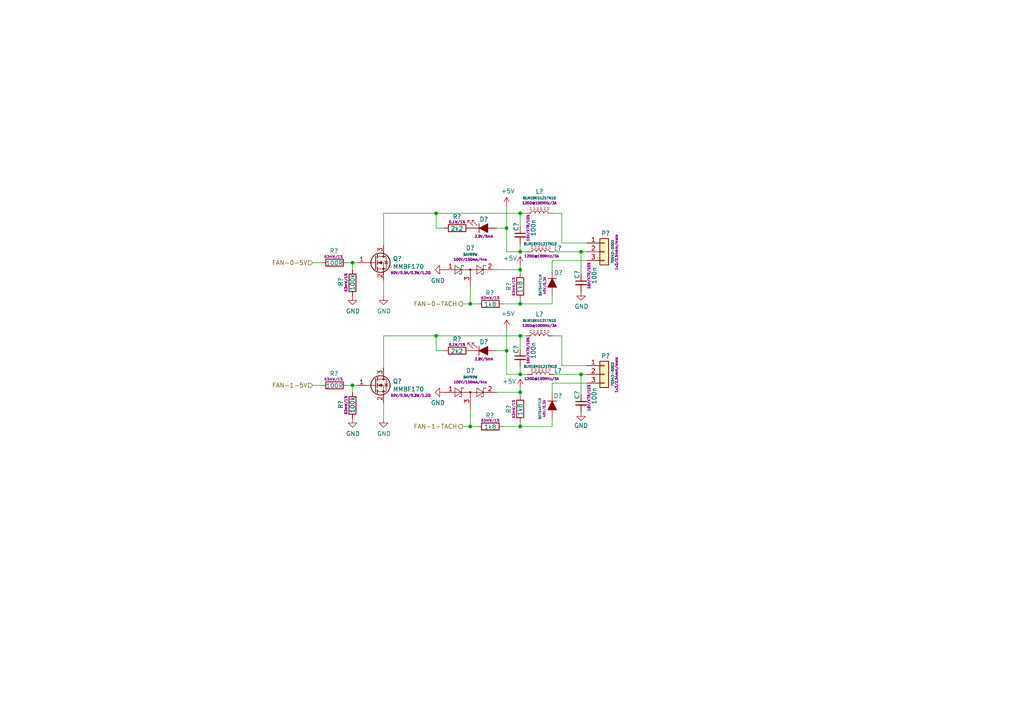
<source format=kicad_sch>
(kicad_sch (version 20231120) (generator "eeschema") (generator_version "8.0")
  (paper "A4")
  (title_block (title "Buddy") (date "2019-10-24") (rev "v1.0.0") (company "PRUSA Research s.r.o.") (comment 1 "http://creativecommons.org/licenses/by-sa/4.0/") (comment 2 "Licensed under the Attribution-ShareAlike 4.0 International (CC BY-SA 4.0)"))
  (lib_symbols
    (symbol "BUDDY_v1.0.0-rescue:+5V-power" (power) (pin_names (offset 0))
      (property "Value" "power:+5V" (at 0 3.556 0))
      (symbol "+5V-power_0_1"
        (polyline (pts (xy -0.762 1.27) (xy 0 2.54)))
        (polyline (pts (xy 0 0) (xy 0 2.54)))
        (polyline (pts (xy 0 2.54) (xy 0.762 1.27)))
      )
      (symbol "+5V-power_1_1"
        (pin power_in line (at 0 0 90) (length 0) hide (name "+5V") (number "1"))
      )
    )
    (symbol "BUDDY_v1.0.0-rescue:D_ALT-Device" (pin_numbers hide) (pin_names (offset 1.016) hide)
      (property "Reference" "D" (at 0 2.54 0))
      (property "Value" "Device:D_ALT" (at 0 -2.54 0))
      (symbol "D_ALT-Device_0_1"
        (polyline (pts (xy -1.27 1.27) (xy -1.27 -1.27)) (stroke (width 0.2032)))
        (polyline (pts (xy 1.27 0) (xy -1.27 0)))
        (polyline (pts (xy 1.27 1.27) (xy 1.27 -1.27) (xy -1.27 0) (xy 1.27 1.27)) (stroke (width 0.2032)) (fill (type outline)))
      )
      (symbol "D_ALT-Device_1_1"
        (pin passive line (at -3.81 0 0) (length 2.54) (name "K") (number "1"))
        (pin passive line (at 3.81 0 180) (length 2.54) (name "A") (number "2"))
      )
    )
    (symbol "BUDDY_v1.0.0-rescue:GND-power" (power) (pin_names (offset 0))
      (property "Value" "power:GND" (at 0 -3.81 0))
      (symbol "GND-power_0_1"
        (polyline (pts (xy 0 0) (xy 0 -1.27) (xy 1.27 -1.27) (xy 0 -2.54) (xy -1.27 -1.27) (xy 0 -1.27)))
      )
      (symbol "GND-power_1_1"
        (pin power_in line (at 0 0 270) (length 0) hide (name "GND") (number "1"))
      )
    )
    (symbol "BUDDY_v1.0.0-rescue:LED_ALT-Device" (pin_numbers hide) (pin_names (offset 1.016) hide)
      (property "Reference" "D" (at 0 2.54 0))
      (property "Value" "Device:LED_ALT" (at 0 -2.54 0))
      (symbol "LED_ALT-Device_0_1"
        (polyline (pts (xy -1.27 -1.27) (xy -1.27 1.27)) (stroke (width 0.2032)))
        (polyline (pts (xy -1.27 0) (xy 1.27 0)))
        (polyline (pts (xy 1.27 -1.27) (xy 1.27 1.27) (xy -1.27 0) (xy 1.27 -1.27)) (stroke (width 0.2032)) (fill (type outline)))
        (polyline (pts (xy -3.048 -0.762) (xy -4.572 -2.286) (xy -3.81 -2.286) (xy -4.572 -2.286) (xy -4.572 -1.524)))
        (polyline (pts (xy -1.778 -0.762) (xy -3.302 -2.286) (xy -2.54 -2.286) (xy -3.302 -2.286) (xy -3.302 -1.524)))
      )
      (symbol "LED_ALT-Device_1_1"
        (pin passive line (at -3.81 0 0) (length 2.54) (name "K") (number "1"))
        (pin passive line (at 3.81 0 180) (length 2.54) (name "A") (number "2"))
      )
    )
    (symbol "BUDDY_v1.0.0-rescue:L_Core_Ferrite-Device" (pin_numbers hide) (pin_names (offset 1.016) hide)
      (property "Reference" "L" (at -1.27 0 90))
      (property "Value" "Device:L_Core_Ferrite" (at 2.794 0 90))
      (symbol "L_Core_Ferrite-Device_0_1"
        (arc (start 0 -2.54) (mid 0.635 -1.905) (end 0 -1.27))
        (arc (start 0 -1.27) (mid 0.635 -0.635) (end 0 0))
        (polyline (pts (xy 1.016 -2.794) (xy 1.016 -2.286)))
        (polyline (pts (xy 1.016 -1.778) (xy 1.016 -1.27)))
        (polyline (pts (xy 1.016 -0.762) (xy 1.016 -0.254)))
        (polyline (pts (xy 1.016 0.254) (xy 1.016 0.762)))
        (polyline (pts (xy 1.016 1.27) (xy 1.016 1.778)))
        (polyline (pts (xy 1.016 2.286) (xy 1.016 2.794)))
        (polyline (pts (xy 1.524 -2.286) (xy 1.524 -2.794)))
        (polyline (pts (xy 1.524 -1.27) (xy 1.524 -1.778)))
        (polyline (pts (xy 1.524 -0.254) (xy 1.524 -0.762)))
        (polyline (pts (xy 1.524 0.762) (xy 1.524 0.254)))
        (polyline (pts (xy 1.524 1.778) (xy 1.524 1.27)))
        (polyline (pts (xy 1.524 2.794) (xy 1.524 2.286)))
        (arc (start 0 0) (mid 0.635 0.635) (end 0 1.27))
        (arc (start 0 1.27) (mid 0.635 1.905) (end 0 2.54))
      )
      (symbol "L_Core_Ferrite-Device_1_1"
        (pin passive line (at 0 3.81 270) (length 1.27) (name "1") (number "1"))
        (pin passive line (at 0 -3.81 90) (length 1.27) (name "2") (number "2"))
      )
    )
    (symbol "Connector_Generic:Conn_01x03" (pin_names (offset 1.016) hide)
      (property "Reference" "J" (at 0 5.08 0))
      (property "Value" "Conn_01x03" (at 0 -5.08 0))
      (symbol "Conn_01x03_1_1"
        (rectangle (start -1.27 -2.413) (end 0 -2.667) (stroke (width 0.1524)))
        (rectangle (start -1.27 0.127) (end 0 -0.127) (stroke (width 0.1524)))
        (rectangle (start -1.27 2.667) (end 0 2.413) (stroke (width 0.1524)))
        (rectangle (start -1.27 3.81) (end 1.27 -3.81) (stroke (width 0.254)) (fill (type background)))
        (pin passive line (at -5.08 2.54 0) (length 3.81) (name "Pin_1") (number "1"))
        (pin passive line (at -5.08 0 0) (length 3.81) (name "Pin_2") (number "2"))
        (pin passive line (at -5.08 -2.54 0) (length 3.81) (name "Pin_3") (number "3"))
      )
    )
    (symbol "Device:C_Small" (pin_numbers hide) (pin_names (offset 0.254) hide)
      (property "Reference" "C" (at 0.254 1.778 0))
      (property "Value" "C_Small" (at 0.254 -2.032 0))
      (symbol "C_Small_0_1"
        (polyline (pts (xy -1.524 -0.508) (xy 1.524 -0.508)) (stroke (width 0.3302)))
        (polyline (pts (xy -1.524 0.508) (xy 1.524 0.508)) (stroke (width 0.3048)))
      )
      (symbol "C_Small_1_1"
        (pin passive line (at 0 2.54 270) (length 2.032) (name "~") (number "1"))
        (pin passive line (at 0 -2.54 90) (length 2.032) (name "~") (number "2"))
      )
    )
    (symbol "Device:R" (pin_numbers hide) (pin_names (offset 0))
      (property "Reference" "R" (at 2.032 0 90))
      (property "Value" "R" (at 0 0 90))
      (symbol "R_0_1"
        (rectangle (start -1.016 -2.54) (end 1.016 2.54) (stroke (width 0.254)))
      )
      (symbol "R_1_1"
        (pin passive line (at 0 3.81 270) (length 1.27) (name "~") (number "1"))
        (pin passive line (at 0 -3.81 90) (length 1.27) (name "~") (number "2"))
      )
    )
    (symbol "Diode:BAS40-04" (pin_names (offset 1.016))
      (property "Reference" "D" (at 0.635 -1.27 0))
      (property "Value" "BAS40-04" (at -6.35 5.715 0))
      (symbol "BAS40-04_0_1"
        (polyline (pts (xy -3.81 2.54) (xy -1.27 2.54)))
        (polyline (pts (xy -3.175 1.27) (xy -3.175 1.524)))
        (polyline (pts (xy -2.54 1.27) (xy -3.175 1.27)))
        (polyline (pts (xy -2.54 1.27) (xy -2.54 3.81)))
        (polyline (pts (xy -2.54 3.81) (xy -1.905 3.81)))
        (polyline (pts (xy -1.905 2.54) (xy 1.905 2.54)))
        (polyline (pts (xy -1.905 3.81) (xy -1.905 3.556)))
        (polyline (pts (xy 1.27 2.54) (xy 3.81 2.54)))
        (polyline (pts (xy 3.175 1.27) (xy 3.175 1.524)))
        (polyline (pts (xy 3.81 1.27) (xy 3.175 1.27)))
        (polyline (pts (xy 3.81 1.27) (xy 3.81 3.81)))
        (polyline (pts (xy 3.81 3.81) (xy 4.445 3.81)))
        (polyline (pts (xy 4.445 3.81) (xy 4.445 3.556)))
        (polyline (pts (xy -4.445 3.81) (xy -4.445 1.27) (xy -2.54 2.54) (xy -4.445 3.81)))
        (polyline (pts (xy 1.905 3.81) (xy 1.905 1.27) (xy 3.81 2.54) (xy 1.905 3.81)))
        (circle (center 0 2.54) (radius 0.254) (fill (type outline)))
      )
      (symbol "BAS40-04_1_1"
        (pin passive line (at -7.62 2.54 0) (length 3.81) (name "~") (number "1"))
        (pin passive line (at 7.62 2.54 180) (length 3.81) (name "~") (number "2"))
        (pin passive line (at 0 -2.54 90) (length 5.08) (name "~") (number "3"))
      )
    )
    (symbol "Transistor_FET:MMBF170" (pin_names hide)
      (property "Reference" "Q" (at 5.08 1.905 0))
      (property "Value" "MMBF170" (at 5.08 0 0))
      (symbol "MMBF170_0_1"
        (polyline (pts (xy 0.254 0) (xy -2.54 0)))
        (polyline (pts (xy 0.254 1.905) (xy 0.254 -1.905)) (stroke (width 0.254)))
        (polyline (pts (xy 0.762 -1.27) (xy 0.762 -2.286)) (stroke (width 0.254)))
        (polyline (pts (xy 0.762 0.508) (xy 0.762 -0.508)) (stroke (width 0.254)))
        (polyline (pts (xy 0.762 2.286) (xy 0.762 1.27)) (stroke (width 0.254)))
        (polyline (pts (xy 2.54 2.54) (xy 2.54 1.778)))
        (polyline (pts (xy 2.54 -2.54) (xy 2.54 0) (xy 0.762 0)))
        (polyline (pts (xy 0.762 -1.778) (xy 3.302 -1.778) (xy 3.302 1.778) (xy 0.762 1.778)))
        (polyline (pts (xy 1.016 0) (xy 2.032 0.381) (xy 2.032 -0.381) (xy 1.016 0)) (fill (type outline)))
        (polyline (pts (xy 2.794 0.508) (xy 2.921 0.381) (xy 3.683 0.381) (xy 3.81 0.254)))
        (polyline (pts (xy 3.302 0.381) (xy 2.921 -0.254) (xy 3.683 -0.254) (xy 3.302 0.381)))
        (circle (center 1.651 0) (radius 2.794) (stroke (width 0.254)))
        (circle (center 2.54 -1.778) (radius 0.254) (fill (type outline)))
        (circle (center 2.54 1.778) (radius 0.254) (fill (type outline)))
      )
      (symbol "MMBF170_1_1"
        (pin input line (at -5.08 0 0) (length 2.54) (name "G") (number "1"))
        (pin passive line (at 2.54 -5.08 90) (length 2.54) (name "S") (number "2"))
        (pin passive line (at 2.54 5.08 270) (length 2.54) (name "D") (number "3"))
      )
    )
  )
  (junction (at 150.876 113.792))
  (junction (at 136.398 123.698))
  (junction (at 126.492 97.409))
  (junction (at 126.492 61.849))
  (junction (at 150.876 108.585))
  (junction (at 146.939 66.167))
  (junction (at 150.876 61.849))
  (junction (at 150.876 78.232))
  (junction (at 136.398 88.138))
  (junction (at 168.529 73.025))
  (junction (at 150.876 88.138))
  (junction (at 168.529 108.585))
  (junction (at 146.939 101.727))
  (junction (at 150.876 73.025))
  (junction (at 102.235 76.2))
  (junction (at 150.876 123.698))
  (junction (at 150.876 97.409))
  (junction (at 102.235 111.76))
  (wire (pts (xy 150.876 61.849) (xy 126.492 61.849)))
  (wire (pts (xy 126.492 61.849) (xy 111.252 61.849)))
  (wire (pts (xy 111.252 121.412) (xy 111.252 116.84)))
  (wire (pts (xy 111.252 97.409) (xy 111.252 106.68)))
  (wire (pts (xy 136.398 88.138) (xy 136.398 83.312)))
  (wire (pts (xy 153.035 73.025) (xy 150.876 73.025)))
  (wire (pts (xy 126.492 61.849) (xy 126.492 66.167)))
  (wire (pts (xy 102.235 113.792) (xy 102.235 111.76)))
  (wire (pts (xy 150.876 108.585) (xy 146.939 108.585)))
  (wire (pts (xy 162.941 70.485) (xy 170.18 70.485)))
  (wire (pts (xy 150.876 61.849) (xy 152.654 61.849)))
  (wire (pts (xy 160.147 111.125) (xy 160.147 113.792)))
  (wire (pts (xy 168.529 108.585) (xy 170.18 108.585)))
  (wire (pts (xy 111.252 85.852) (xy 111.252 81.28)))
  (wire (pts (xy 153.035 108.585) (xy 150.876 108.585)))
  (wire (pts (xy 144.018 66.167) (xy 146.939 66.167)))
  (wire (pts (xy 138.43 123.698) (xy 136.398 123.698)))
  (wire (pts (xy 162.941 97.409) (xy 162.941 106.045)))
  (wire (pts (xy 160.147 85.852) (xy 160.147 88.138)))
  (wire (pts (xy 138.43 88.138) (xy 136.398 88.138)))
  (wire (pts (xy 150.876 78.232) (xy 150.876 76.962)))
  (wire (pts (xy 162.941 106.045) (xy 170.18 106.045)))
  (wire (pts (xy 150.876 97.409) (xy 152.654 97.409)))
  (wire (pts (xy 150.876 78.232) (xy 144.018 78.232)))
  (wire (pts (xy 162.941 61.849) (xy 162.941 70.485)))
  (wire (pts (xy 146.939 95.377) (xy 146.939 101.727)))
  (wire (pts (xy 168.529 79.502) (xy 168.529 73.025)))
  (wire (pts (xy 102.235 111.76) (xy 103.632 111.76)))
  (wire (pts (xy 160.147 75.565) (xy 160.147 78.232)))
  (wire (pts (xy 160.147 121.412) (xy 160.147 123.698)))
  (wire (pts (xy 146.939 108.585) (xy 146.939 101.727)))
  (wire (pts (xy 102.235 78.232) (xy 102.235 76.2)))
  (wire (pts (xy 102.235 76.2) (xy 103.632 76.2)))
  (wire (pts (xy 160.147 123.698) (xy 150.876 123.698)))
  (wire (pts (xy 160.655 73.025) (xy 168.529 73.025)))
  (wire (pts (xy 146.05 88.138) (xy 150.876 88.138)))
  (wire (pts (xy 100.838 111.76) (xy 102.235 111.76)))
  (wire (pts (xy 150.876 122.428) (xy 150.876 123.698)))
  (wire (pts (xy 146.939 59.817) (xy 146.939 66.167)))
  (wire (pts (xy 150.876 73.025) (xy 146.939 73.025)))
  (wire (pts (xy 160.274 97.409) (xy 162.941 97.409)))
  (wire (pts (xy 126.492 97.409) (xy 111.252 97.409)))
  (wire (pts (xy 150.876 97.409) (xy 126.492 97.409)))
  (wire (pts (xy 150.876 97.409) (xy 150.876 101.219)))
  (wire (pts (xy 160.274 61.849) (xy 162.941 61.849)))
  (wire (pts (xy 168.529 114.427) (xy 168.529 108.585)))
  (wire (pts (xy 160.655 108.585) (xy 168.529 108.585)))
  (wire (pts (xy 150.876 86.868) (xy 150.876 88.138)))
  (wire (pts (xy 150.876 61.849) (xy 150.876 65.659)))
  (wire (pts (xy 160.147 75.565) (xy 170.18 75.565)))
  (wire (pts (xy 160.147 111.125) (xy 170.18 111.125)))
  (wire (pts (xy 160.147 88.138) (xy 150.876 88.138)))
  (wire (pts (xy 150.876 113.792) (xy 150.876 112.522)))
  (wire (pts (xy 168.529 73.025) (xy 170.18 73.025)))
  (wire (pts (xy 93.218 76.2) (xy 90.678 76.2)))
  (wire (pts (xy 136.398 88.138) (xy 134.112 88.138)))
  (wire (pts (xy 111.252 61.849) (xy 111.252 71.12)))
  (wire (pts (xy 146.939 73.025) (xy 146.939 66.167)))
  (wire (pts (xy 150.876 106.299) (xy 150.876 108.585)))
  (wire (pts (xy 100.838 76.2) (xy 102.235 76.2)))
  (wire (pts (xy 126.492 101.727) (xy 128.778 101.727)))
  (wire (pts (xy 150.876 79.248) (xy 150.876 78.232)))
  (wire (pts (xy 136.398 123.698) (xy 134.112 123.698)))
  (wire (pts (xy 150.876 70.739) (xy 150.876 73.025)))
  (wire (pts (xy 146.05 123.698) (xy 150.876 123.698)))
  (wire (pts (xy 144.018 101.727) (xy 146.939 101.727)))
  (wire (pts (xy 150.876 114.808) (xy 150.876 113.792)))
  (wire (pts (xy 136.398 123.698) (xy 136.398 118.872)))
  (wire (pts (xy 150.876 113.792) (xy 144.018 113.792)))
  (wire (pts (xy 126.492 97.409) (xy 126.492 101.727)))
  (wire (pts (xy 126.492 66.167) (xy 128.778 66.167)))
  (wire (pts (xy 93.218 111.76) (xy 90.678 111.76)))
  (hierarchical_label "FAN-1-5V" (shape input) (at 90.678 111.76 180))
  (hierarchical_label "FAN-0-5V" (shape input) (at 90.678 76.2 180))
  (hierarchical_label "FAN-1-TACH" (shape output) (at 134.112 123.698 180))
  (hierarchical_label "FAN-0-TACH" (shape output) (at 134.112 88.138 180))
  (symbol (lib_id "Connector_Generic:Conn_01x03") (at 175.26 73.025 0) (unit 1)
    (property "Reference" "P1" (at 174.371 67.691 0) (effects (justify left)))
    (property "Value" "70543-0002" (at 177.673 76.581 90) (effects (font (size 0.7112 0.7112)) (justify left)))
    (property "Footprint" "A3IDES_footprints:Pin_1x03-XL" (effects (hide yes)))
    (property "req" "1x3/2,54mm/male" (at 178.816 78.359 90) (effects (font (size 0.7112 0.7112)) (justify left)))
    (instances (project "" (path "" (reference "P?") (unit 1)) (path "" (reference "P1") (unit 1))))
  )
  (symbol (lib_id "BUDDY_v1.0.0-rescue:L_Core_Ferrite-Device") (at 156.464 61.849 90) (unit 1)
    (property "Reference" "L?" (at 156.464 55.5498 90))
    (property "Value" "BLM18KG121TN1D" (at 156.464 57.4294 90) (effects (font (size 0.7112 0.7112))))
    (property "Footprint" "A3IDES_footprints:R_0603_1608Metric" (effects (hide yes)))
    (property "req" "120Ω@100MHz/3A" (at 156.464 58.8772 90) (effects (font (size 0.7112 0.7112))))
    (instances (project "" (path "" (reference "L?") (unit 1)) (path "" (reference "L?") (unit 1)) (path "" (reference "L1") (unit 1))))
  )
  (symbol (lib_id "BUDDY_v1.0.0-rescue:L_Core_Ferrite-Device") (at 156.845 73.025 90) (unit 1)
    (property "Reference" "L?" (at 161.798 72.009 90))
    (property "Value" "BLM18KG121TN1D" (at 156.718 70.739 90) (effects (font (size 0.7112 0.7112))))
    (property "Footprint" "A3IDES_footprints:R_0603_1608Metric" (effects (hide yes)))
    (property "req" "120Ω@100MHz/3A" (at 157.099 74.295 90) (effects (font (size 0.7112 0.7112))))
    (instances (project "" (path "" (reference "L?") (unit 1)) (path "" (reference "L?") (unit 1)) (path "" (reference "L3") (unit 1))))
  )
  (symbol (lib_id "BUDDY_v1.0.0-rescue:D_ALT-Device") (at 160.147 82.042 270) (unit 1)
    (property "Reference" "D5" (at 160.655 79.121 90) (effects (justify left)))
    (property "Value" "BAT54KFILM" (at 156.718 79.502 0) (effects (font (size 0.7112 0.7112)) (justify left)))
    (property "Footprint" "Diode_SMD:D_SOD-523" (effects (hide yes)))
    (property "req" "40V/0,3A" (at 157.988 80.264 0) (effects (font (size 0.7112 0.7112)) (justify left)))
    (instances (project "" (path "" (reference "D?") (unit 1)) (path "" (reference "D5") (unit 1))))
  )
  (symbol (lib_id "Device:R") (at 150.876 83.058 180) (unit 1)
    (property "Reference" "R9" (at 147.574 81.788 90) (effects (justify left)))
    (property "Value" "1k8" (at 150.876 81.407 90) (effects (justify left)))
    (property "Footprint" "A3IDES_footprints:R_0402_1005Metric" (effects (hide yes)))
    (property "req" "63mW/1%" (at 148.971 83.058 90) (effects (font (size 0.7112 0.7112))))
    (instances (project "" (path "" (reference "R?") (unit 1)) (path "" (reference "R9") (unit 1))))
  )
  (symbol (lib_id "Device:R") (at 142.24 88.138 90) (unit 1)
    (property "Reference" "R7" (at 143.383 84.963 90) (effects (justify left)))
    (property "Value" "1k8" (at 144.018 88.265 90) (effects (justify left)))
    (property "Footprint" "A3IDES_footprints:R_0402_1005Metric" (effects (hide yes)))
    (property "req" "63mW/1%" (at 142.24 86.36 90) (effects (font (size 0.7112 0.7112))))
    (instances (project "" (path "" (reference "R?") (unit 1)) (path "" (reference "R7") (unit 1))))
  )
  (symbol (lib_id "Diode:BAS40-04") (at 136.398 80.772 0) (unit 1)
    (property "Reference" "D1" (at 136.398 71.9328 0))
    (property "Value" "BAV99W" (at 136.398 73.8124 0) (effects (font (size 0.7112 0.7112))))
    (property "Footprint" "Package_TO_SOT_SMD:SOT-323_SC-70" (effects (hide yes)))
    (property "req" "100V/150mA/4ns" (at 136.398 75.2602 0) (effects (font (size 0.7112 0.7112))))
    (instances (project "" (path "" (reference "D?") (unit 1)) (path "" (reference "D1") (unit 1))))
  )
  (symbol (lib_id "BUDDY_v1.0.0-rescue:GND-power") (at 128.778 78.232 270) (unit 1)
    (property "Reference" "#PWR05" (effects (hide yes)))
    (property "Value" "GND" (at 127 81.407 90))
    (instances (project "" (path "" (reference "#PWR?") (unit 1)) (path "" (reference "#PWR05") (unit 1))))
  )
  (symbol (lib_id "Device:R") (at 132.588 66.167 90) (unit 1)
    (property "Reference" "R5" (at 133.858 62.865 90) (effects (justify left)))
    (property "Value" "2k2" (at 134.366 66.294 90) (effects (justify left)))
    (property "Footprint" "A3IDES_footprints:R_0603_1608Metric" (effects (hide yes)))
    (property "req" "0,1W/1%" (at 132.588 64.389 90) (effects (font (size 0.7112 0.7112))))
    (instances (project "" (path "" (reference "R?") (unit 1)) (path "" (reference "R5") (unit 1))))
  )
  (symbol (lib_id "BUDDY_v1.0.0-rescue:LED_ALT-Device") (at 140.208 66.167 0) (mirror x) (unit 1)
    (property "Reference" "D3" (at 140.335 63.627 0))
    (property "Value" "GRN" (effects (hide yes)))
    (property "Footprint" "A3IDES_footprints:LED_0603" (effects (hide yes)))
    (property "req" "2,8V/5mA" (at 140.335 68.58 0) (effects (font (size 0.7112 0.7112))))
    (instances (project "" (path "" (reference "D?") (unit 1)) (path "" (reference "D3") (unit 1))))
  )
  (symbol (lib_id "BUDDY_v1.0.0-rescue:GND-power") (at 111.252 85.852 0) (unit 1)
    (property "Reference" "#PWR03" (effects (hide yes)))
    (property "Value" "GND" (at 111.379 90.2462 0))
    (instances (project "" (path "" (reference "#PWR?") (unit 1)) (path "" (reference "#PWR03") (unit 1))))
  )
  (symbol (lib_id "Device:R") (at 97.028 76.2 90) (unit 1)
    (property "Reference" "R1" (at 98.171 72.771 90) (effects (justify left)))
    (property "Value" "100R" (at 99.568 76.327 90) (effects (justify left)))
    (property "Footprint" "A3IDES_footprints:R_0402_1005Metric" (effects (hide yes)))
    (property "req" "63mW/1%" (at 96.774 74.422 90) (effects (font (size 0.7112 0.7112))))
    (instances (project "" (path "" (reference "R?") (unit 1)) (path "" (reference "R1") (unit 1))))
  )
  (symbol (lib_id "Device:R") (at 102.235 82.042 0) (unit 1)
    (property "Reference" "R3" (at 98.806 83.058 90) (effects (justify left)))
    (property "Value" "100k" (at 102.235 84.328 90) (effects (justify left)))
    (property "Footprint" "A3IDES_footprints:R_0402_1005Metric" (effects (hide yes)))
    (property "req" "63mW/1%" (at 100.33 81.915 90) (effects (font (size 0.7112 0.7112))))
    (instances (project "" (path "" (reference "R?") (unit 1)) (path "" (reference "R3") (unit 1))))
  )
  (symbol (lib_id "BUDDY_v1.0.0-rescue:GND-power") (at 102.235 85.852 0) (unit 1)
    (property "Reference" "#PWR01" (effects (hide yes)))
    (property "Value" "GND" (at 102.362 90.2462 0))
    (instances (project "" (path "" (reference "#PWR?") (unit 1)) (path "" (reference "#PWR01") (unit 1))))
  )
  (symbol (lib_id "Connector_Generic:Conn_01x03") (at 175.26 108.585 0) (unit 1)
    (property "Reference" "P2" (at 174.371 103.251 0) (effects (justify left)))
    (property "Value" "70543-0002" (at 177.673 112.141 90) (effects (font (size 0.7112 0.7112)) (justify left)))
    (property "Footprint" "A3IDES_footprints:Pin_1x03-XL" (effects (hide yes)))
    (property "req" "1x3/2,54mm/male" (at 178.816 113.919 90) (effects (font (size 0.7112 0.7112)) (justify left)))
    (instances (project "" (path "" (reference "P?") (unit 1)) (path "" (reference "P2") (unit 1))))
  )
  (symbol (lib_id "BUDDY_v1.0.0-rescue:L_Core_Ferrite-Device") (at 156.464 97.409 90) (unit 1)
    (property "Reference" "L?" (at 156.464 91.1098 90))
    (property "Value" "BLM18KG121TN1D" (at 156.464 92.9894 90) (effects (font (size 0.7112 0.7112))))
    (property "Footprint" "A3IDES_footprints:R_0603_1608Metric" (effects (hide yes)))
    (property "req" "120Ω@100MHz/3A" (at 156.464 94.4372 90) (effects (font (size 0.7112 0.7112))))
    (instances (project "" (path "" (reference "L?") (unit 1)) (path "" (reference "L?") (unit 1)) (path "" (reference "L2") (unit 1))))
  )
  (symbol (lib_id "BUDDY_v1.0.0-rescue:L_Core_Ferrite-Device") (at 156.845 108.585 90) (unit 1)
    (property "Reference" "L?" (at 161.798 107.569 90))
    (property "Value" "BLM18KG121TN1D" (at 156.718 106.299 90) (effects (font (size 0.7112 0.7112))))
    (property "Footprint" "A3IDES_footprints:R_0603_1608Metric" (effects (hide yes)))
    (property "req" "120Ω@100MHz/3A" (at 157.099 109.855 90) (effects (font (size 0.7112 0.7112))))
    (instances (project "" (path "" (reference "L?") (unit 1)) (path "" (reference "L?") (unit 1)) (path "" (reference "L4") (unit 1))))
  )
  (symbol (lib_id "BUDDY_v1.0.0-rescue:D_ALT-Device") (at 160.147 117.602 270) (unit 1)
    (property "Reference" "D6" (at 160.528 114.808 90) (effects (justify left)))
    (property "Value" "BAT54KFILM" (at 156.591 115.316 0) (effects (font (size 0.7112 0.7112)) (justify left)))
    (property "Footprint" "Diode_SMD:D_SOD-523" (effects (hide yes)))
    (property "req" "40V/0,3A" (at 157.861 115.951 0) (effects (font (size 0.7112 0.7112)) (justify left)))
    (instances (project "" (path "" (reference "D?") (unit 1)) (path "" (reference "D6") (unit 1))))
  )
  (symbol (lib_id "Device:R") (at 150.876 118.618 180) (unit 1)
    (property "Reference" "R10" (at 147.574 117.348 90) (effects (justify left)))
    (property "Value" "1k8" (at 150.876 116.967 90) (effects (justify left)))
    (property "Footprint" "A3IDES_footprints:R_0402_1005Metric" (effects (hide yes)))
    (property "req" "63mW/1%" (at 148.971 118.618 90) (effects (font (size 0.7112 0.7112))))
    (instances (project "" (path "" (reference "R?") (unit 1)) (path "" (reference "R10") (unit 1))))
  )
  (symbol (lib_id "Device:R") (at 142.24 123.698 90) (unit 1)
    (property "Reference" "R8" (at 143.383 120.523 90) (effects (justify left)))
    (property "Value" "1k8" (at 144.018 123.825 90) (effects (justify left)))
    (property "Footprint" "A3IDES_footprints:R_0402_1005Metric" (effects (hide yes)))
    (property "req" "63mW/1%" (at 142.24 121.92 90) (effects (font (size 0.7112 0.7112))))
    (instances (project "" (path "" (reference "R?") (unit 1)) (path "" (reference "R8") (unit 1))))
  )
  (symbol (lib_id "Diode:BAS40-04") (at 136.398 116.332 0) (unit 1)
    (property "Reference" "D2" (at 136.398 107.4928 0))
    (property "Value" "BAV99W" (at 136.398 109.3724 0) (effects (font (size 0.7112 0.7112))))
    (property "Footprint" "Package_TO_SOT_SMD:SOT-323_SC-70" (effects (hide yes)))
    (property "req" "100V/150mA/4ns" (at 136.398 110.8202 0) (effects (font (size 0.7112 0.7112))))
    (instances (project "" (path "" (reference "D?") (unit 1)) (path "" (reference "D2") (unit 1))))
  )
  (symbol (lib_id "BUDDY_v1.0.0-rescue:GND-power") (at 128.778 113.792 270) (unit 1)
    (property "Reference" "#PWR06" (effects (hide yes)))
    (property "Value" "GND" (at 127 116.84 90))
    (instances (project "" (path "" (reference "#PWR?") (unit 1)) (path "" (reference "#PWR06") (unit 1))))
  )
  (symbol (lib_id "Device:R") (at 132.588 101.727 90) (unit 1)
    (property "Reference" "R6" (at 133.858 98.425 90) (effects (justify left)))
    (property "Value" "2k2" (at 134.366 101.854 90) (effects (justify left)))
    (property "Footprint" "A3IDES_footprints:R_0603_1608Metric" (effects (hide yes)))
    (property "req" "0,1W/1%" (at 132.588 99.949 90) (effects (font (size 0.7112 0.7112))))
    (instances (project "" (path "" (reference "R?") (unit 1)) (path "" (reference "R6") (unit 1))))
  )
  (symbol (lib_id "BUDDY_v1.0.0-rescue:LED_ALT-Device") (at 140.208 101.727 0) (mirror x) (unit 1)
    (property "Reference" "D4" (at 140.335 99.187 0))
    (property "Value" "GRN" (effects (hide yes)))
    (property "Footprint" "A3IDES_footprints:LED_0603" (effects (hide yes)))
    (property "req" "2,8V/5mA" (at 140.335 104.14 0) (effects (font (size 0.7112 0.7112))))
    (instances (project "" (path "" (reference "D?") (unit 1)) (path "" (reference "D4") (unit 1))))
  )
  (symbol (lib_id "BUDDY_v1.0.0-rescue:GND-power") (at 111.252 121.412 0) (unit 1)
    (property "Reference" "#PWR04" (effects (hide yes)))
    (property "Value" "GND" (at 111.379 125.8062 0))
    (instances (project "" (path "" (reference "#PWR?") (unit 1)) (path "" (reference "#PWR04") (unit 1))))
  )
  (symbol (lib_id "Device:R") (at 97.028 111.76 90) (unit 1)
    (property "Reference" "R2" (at 98.171 108.331 90) (effects (justify left)))
    (property "Value" "100R" (at 99.568 111.887 90) (effects (justify left)))
    (property "Footprint" "A3IDES_footprints:R_0402_1005Metric" (effects (hide yes)))
    (property "req" "63mW/1%" (at 96.774 109.982 90) (effects (font (size 0.7112 0.7112))))
    (instances (project "" (path "" (reference "R?") (unit 1)) (path "" (reference "R2") (unit 1))))
  )
  (symbol (lib_id "Device:R") (at 102.235 117.602 0) (unit 1)
    (property "Reference" "R4" (at 98.806 118.618 90) (effects (justify left)))
    (property "Value" "100k" (at 102.235 119.888 90) (effects (justify left)))
    (property "Footprint" "A3IDES_footprints:R_0402_1005Metric" (effects (hide yes)))
    (property "req" "63mW/1%" (at 100.33 117.475 90) (effects (font (size 0.7112 0.7112))))
    (instances (project "" (path "" (reference "R?") (unit 1)) (path "" (reference "R4") (unit 1))))
  )
  (symbol (lib_id "BUDDY_v1.0.0-rescue:GND-power") (at 102.235 121.412 0) (unit 1)
    (property "Reference" "#PWR02" (effects (hide yes)))
    (property "Value" "GND" (at 102.362 125.8062 0))
    (instances (project "" (path "" (reference "#PWR?") (unit 1)) (path "" (reference "#PWR02") (unit 1))))
  )
  (symbol (lib_id "BUDDY_v1.0.0-rescue:+5V-power") (at 146.939 59.817 0) (unit 1)
    (property "Reference" "#PWR07" (effects (hide yes)))
    (property "Value" "+5V" (at 147.32 55.4228 0))
    (instances (project "" (path "" (reference "#PWR?") (unit 1)) (path "" (reference "#PWR07") (unit 1))))
  )
  (symbol (lib_id "BUDDY_v1.0.0-rescue:+5V-power") (at 146.939 95.377 0) (unit 1)
    (property "Reference" "#PWR08" (effects (hide yes)))
    (property "Value" "+5V" (at 147.32 90.9828 0))
    (instances (project "" (path "" (reference "#PWR?") (unit 1)) (path "" (reference "#PWR08") (unit 1))))
  )
  (symbol (lib_id "BUDDY_v1.0.0-rescue:+5V-power") (at 150.876 112.522 0) (unit 1)
    (property "Reference" "#PWR0145" (effects (hide yes)))
    (property "Value" "+5V" (at 147.701 110.617 0))
    (instances (project "" (path "" (reference "#PWR?") (unit 1)) (path "" (reference "#PWR0145") (unit 1))))
  )
  (symbol (lib_id "BUDDY_v1.0.0-rescue:+5V-power") (at 150.876 76.962 0) (unit 1)
    (property "Reference" "#PWR0146" (effects (hide yes)))
    (property "Value" "+5V" (at 147.955 74.93 0))
    (instances (project "" (path "" (reference "#PWR?") (unit 1)) (path "" (reference "#PWR0146") (unit 1))))
  )
  (symbol (lib_id "Device:C_Small") (at 150.876 68.199 0) (unit 1)
    (property "Reference" "C1" (at 149.733 67.056 90) (effects (justify left)))
    (property "Value" "100n" (at 154.686 68.58 90) (effects (justify left)))
    (property "Footprint" "A3IDES_footprints:C_0402_1005Metric" (effects (hide yes)))
    (property "req" "16V/X7R/10%" (at 153.162 69.977 90) (effects (font (size 0.7112 0.7112)) (justify left)))
    (instances (project "" (path "" (reference "C?") (unit 1)) (path "" (reference "C1") (unit 1)) (path "" (reference "C?") (unit 1))))
  )
  (symbol (lib_id "Device:C_Small") (at 150.876 103.759 0) (unit 1)
    (property "Reference" "C2" (at 149.733 102.616 90) (effects (justify left)))
    (property "Value" "100n" (at 154.686 104.14 90) (effects (justify left)))
    (property "Footprint" "A3IDES_footprints:C_0402_1005Metric" (effects (hide yes)))
    (property "req" "16V/X7R/10%" (at 153.162 105.537 90) (effects (font (size 0.7112 0.7112)) (justify left)))
    (instances (project "" (path "" (reference "C?") (unit 1)) (path "" (reference "C2") (unit 1)) (path "" (reference "C?") (unit 1))))
  )
  (symbol (lib_id "Device:C_Small") (at 168.529 82.042 0) (unit 1)
    (property "Reference" "C51" (at 167.386 80.899 90) (effects (justify left)))
    (property "Value" "100n" (at 172.339 82.423 90) (effects (justify left)))
    (property "Footprint" "A3IDES_footprints:C_0402_1005Metric" (effects (hide yes)))
    (property "req" "16V/X7R/10%" (at 170.815 83.82 90) (effects (font (size 0.7112 0.7112)) (justify left)))
    (instances (project "" (path "" (reference "C?") (unit 1)) (path "" (reference "C51") (unit 1)) (path "" (reference "C?") (unit 1))))
  )
  (symbol (lib_id "Device:C_Small") (at 168.529 116.967 0) (unit 1)
    (property "Reference" "C62" (at 167.386 115.824 90) (effects (justify left)))
    (property "Value" "100n" (at 172.339 117.348 90) (effects (justify left)))
    (property "Footprint" "A3IDES_footprints:C_0402_1005Metric" (effects (hide yes)))
    (property "req" "16V/X7R/10%" (at 170.815 119.253 90) (effects (font (size 0.7112 0.7112)) (justify left)))
    (instances (project "" (path "" (reference "C?") (unit 1)) (path "" (reference "C62") (unit 1)) (path "" (reference "C?") (unit 1))))
  )
  (symbol (lib_id "BUDDY_v1.0.0-rescue:GND-power") (at 168.529 119.507 0) (unit 1)
    (property "Reference" "#PWR033" (effects (hide yes)))
    (property "Value" "GND" (at 168.529 123.444 0))
    (instances (project "" (path "" (reference "#PWR?") (unit 1)) (path "" (reference "#PWR033") (unit 1))))
  )
  (symbol (lib_id "BUDDY_v1.0.0-rescue:GND-power") (at 168.529 84.582 0) (unit 1)
    (property "Reference" "#PWR025" (effects (hide yes)))
    (property "Value" "GND" (at 168.656 88.9 0))
    (instances (project "" (path "" (reference "#PWR?") (unit 1)) (path "" (reference "#PWR025") (unit 1))))
  )
  (symbol (lib_id "Transistor_FET:MMBF170") (at 108.712 76.2 0) (unit 1)
    (property "Reference" "Q?" (at 113.919 75.0316 0) (effects (justify left)))
    (property "Value" "MMBF170" (at 113.919 77.343 0) (effects (justify left)))
    (property "Footprint" "A3IDES_footprints:SOT-23" (effects (hide yes)))
    (property "req" "60V/0,5A/0,3W/1,2Ω" (at 119.126 79.121 0) (effects (font (size 0.7112 0.7112))))
    (instances (project "" (path "" (reference "Q?") (unit 1)) (path "" (reference "Q1") (unit 1)) (path "" (reference "Q?") (unit 1)) (path "" (reference "Q?") (unit 1))))
  )
  (symbol (lib_id "Transistor_FET:MMBF170") (at 108.712 111.76 0) (unit 1)
    (property "Reference" "Q?" (at 113.919 110.5916 0) (effects (justify left)))
    (property "Value" "MMBF170" (at 113.919 112.903 0) (effects (justify left)))
    (property "Footprint" "A3IDES_footprints:SOT-23" (effects (hide yes)))
    (property "req" "60V/0,5A/0,3W/1,2Ω" (at 119.126 114.681 0) (effects (font (size 0.7112 0.7112))))
    (instances (project "" (path "" (reference "Q?") (unit 1)) (path "" (reference "Q2") (unit 1)) (path "" (reference "Q?") (unit 1)) (path "" (reference "Q?") (unit 1))))
  )
)
</source>
